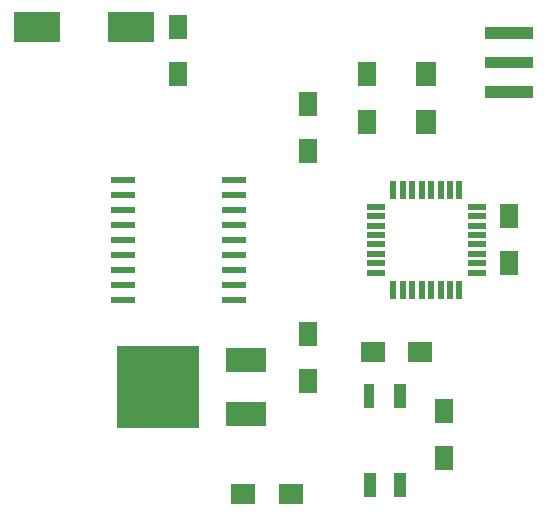
<source format=gbr>
G04 #@! TF.FileFunction,Paste,Top*
%FSLAX46Y46*%
G04 Gerber Fmt 4.6, Leading zero omitted, Abs format (unit mm)*
G04 Created by KiCad (PCBNEW 4.0.2-stable) date 2/24/2017 09:05:39*
%MOMM*%
G01*
G04 APERTURE LIST*
%ADD10C,0.100000*%
%ADD11R,4.000000X2.500000*%
%ADD12R,3.500000X2.000000*%
%ADD13R,7.000000X7.000000*%
%ADD14R,1.600000X2.000000*%
%ADD15R,1.600000X0.550000*%
%ADD16R,0.550000X1.600000*%
%ADD17R,1.700000X2.000000*%
%ADD18R,2.000000X1.700000*%
%ADD19R,0.899160X1.998980*%
%ADD20R,1.000760X1.998980*%
%ADD21R,2.000000X0.600000*%
G04 APERTURE END LIST*
D10*
D11*
X205000000Y-31000000D03*
X197000000Y-31000000D03*
D12*
X214700000Y-63790000D03*
X214700000Y-59210000D03*
D13*
X207300000Y-61490000D03*
D14*
X220000000Y-41500000D03*
X220000000Y-37500000D03*
X220000000Y-57000000D03*
X220000000Y-61000000D03*
X225000000Y-39000000D03*
X225000000Y-35000000D03*
X237000000Y-51000000D03*
X237000000Y-47000000D03*
X231500000Y-67500000D03*
X231500000Y-63500000D03*
X209000000Y-35000000D03*
X209000000Y-31000000D03*
D15*
X234250000Y-51800000D03*
X234250000Y-51000000D03*
X234250000Y-50200000D03*
X234250000Y-49400000D03*
X234250000Y-48600000D03*
X234250000Y-47800000D03*
X234250000Y-47000000D03*
X234250000Y-46200000D03*
D16*
X232800000Y-44750000D03*
X232000000Y-44750000D03*
X231200000Y-44750000D03*
X230400000Y-44750000D03*
X229600000Y-44750000D03*
X228800000Y-44750000D03*
X228000000Y-44750000D03*
X227200000Y-44750000D03*
D15*
X225750000Y-46200000D03*
X225750000Y-47000000D03*
X225750000Y-47800000D03*
X225750000Y-48600000D03*
X225750000Y-49400000D03*
X225750000Y-50200000D03*
X225750000Y-51000000D03*
X225750000Y-51800000D03*
D16*
X227200000Y-53250000D03*
X228000000Y-53250000D03*
X228800000Y-53250000D03*
X229600000Y-53250000D03*
X230400000Y-53250000D03*
X231200000Y-53250000D03*
X232000000Y-53250000D03*
X232800000Y-53250000D03*
D10*
G36*
X235000000Y-36000000D02*
X239000000Y-36000000D01*
X239000000Y-37000000D01*
X235000000Y-37000000D01*
X235000000Y-36000000D01*
X235000000Y-36000000D01*
G37*
G36*
X235000000Y-33500000D02*
X239000000Y-33500000D01*
X239000000Y-34500000D01*
X235000000Y-34500000D01*
X235000000Y-33500000D01*
X235000000Y-33500000D01*
G37*
G36*
X235000000Y-31000000D02*
X239000000Y-31000000D01*
X239000000Y-32000000D01*
X235000000Y-32000000D01*
X235000000Y-31000000D01*
X235000000Y-31000000D01*
G37*
D17*
X230000000Y-39000000D03*
X230000000Y-35000000D03*
D18*
X229500000Y-58500000D03*
X225500000Y-58500000D03*
X214500000Y-70500000D03*
X218500000Y-70500000D03*
D19*
X225151260Y-62200160D03*
D20*
X227800480Y-62200160D03*
X227800480Y-69799840D03*
X225199520Y-69799840D03*
D21*
X213700000Y-54080000D03*
X213700000Y-52810000D03*
X213700000Y-51540000D03*
X213700000Y-50270000D03*
X213700000Y-49000000D03*
X213700000Y-47730000D03*
X213700000Y-46460000D03*
X213700000Y-45190000D03*
X213700000Y-43920000D03*
X204300000Y-43920000D03*
X204300000Y-45190000D03*
X204300000Y-46460000D03*
X204300000Y-47730000D03*
X204300000Y-49000000D03*
X204300000Y-50270000D03*
X204300000Y-51540000D03*
X204300000Y-52810000D03*
X204300000Y-54080000D03*
M02*

</source>
